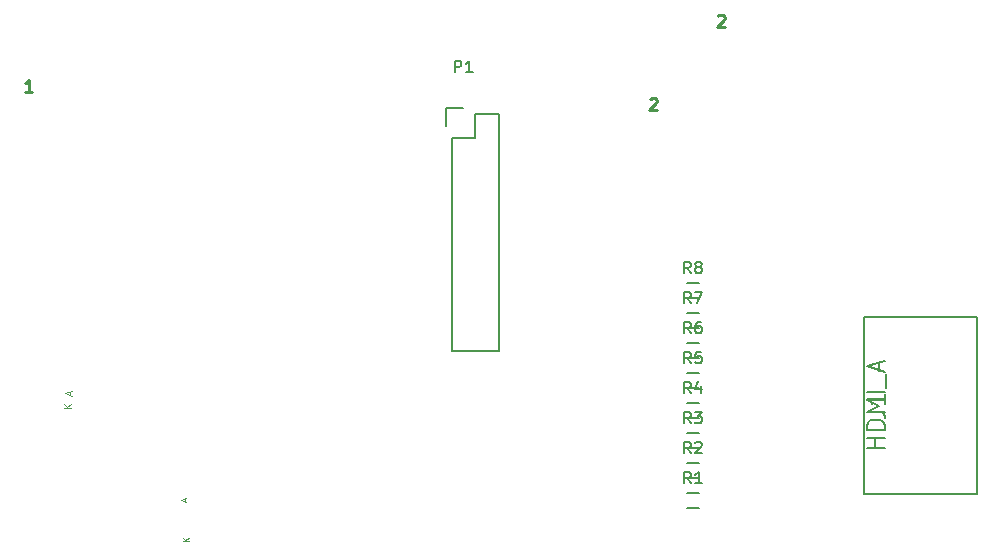
<source format=gto>
G04 #@! TF.FileFunction,Legend,Top*
%FSLAX46Y46*%
G04 Gerber Fmt 4.6, Leading zero omitted, Abs format (unit mm)*
G04 Created by KiCad (PCBNEW 4.0.2-stable) date 18/11/2016 09:29:09 a.m.*
%MOMM*%
G01*
G04 APERTURE LIST*
%ADD10C,0.100000*%
%ADD11C,0.250000*%
%ADD12C,0.110000*%
%ADD13C,0.203200*%
%ADD14C,0.150000*%
G04 APERTURE END LIST*
D10*
D11*
X84674286Y-67577619D02*
X84721905Y-67530000D01*
X84817143Y-67482381D01*
X85055239Y-67482381D01*
X85150477Y-67530000D01*
X85198096Y-67577619D01*
X85245715Y-67672857D01*
X85245715Y-67768095D01*
X85198096Y-67910952D01*
X84626667Y-68482381D01*
X85245715Y-68482381D01*
X78934286Y-74617619D02*
X78981905Y-74570000D01*
X79077143Y-74522381D01*
X79315239Y-74522381D01*
X79410477Y-74570000D01*
X79458096Y-74617619D01*
X79505715Y-74712857D01*
X79505715Y-74808095D01*
X79458096Y-74950952D01*
X78886667Y-75522381D01*
X79505715Y-75522381D01*
X26615715Y-73982381D02*
X26044286Y-73982381D01*
X26330000Y-73982381D02*
X26330000Y-72982381D01*
X26234762Y-73125238D01*
X26139524Y-73220476D01*
X26044286Y-73268095D01*
D12*
X39545933Y-108701647D02*
X39545933Y-108463552D01*
X39688790Y-108749266D02*
X39188790Y-108582599D01*
X39688790Y-108415933D01*
X29815000Y-99665714D02*
X29815000Y-99394285D01*
X29977857Y-99719999D02*
X29407857Y-99529999D01*
X29977857Y-99339999D01*
X29922457Y-100762806D02*
X29352457Y-100762806D01*
X29922457Y-100437091D02*
X29596743Y-100681377D01*
X29352457Y-100437091D02*
X29678171Y-100762806D01*
X39868790Y-112043552D02*
X39368790Y-112043552D01*
X39868790Y-111757838D02*
X39583076Y-111972124D01*
X39368790Y-111757838D02*
X39654505Y-112043552D01*
D13*
X97080200Y-108077600D02*
X97080200Y-93077600D01*
X106580200Y-108077600D02*
X97080200Y-108077600D01*
X106580200Y-93077600D02*
X97080200Y-93077600D01*
X106580200Y-93077600D02*
X106580200Y-108077600D01*
D14*
X83040000Y-109279000D02*
X82040000Y-109279000D01*
X82040000Y-107929000D02*
X83040000Y-107929000D01*
X83040000Y-106739000D02*
X82040000Y-106739000D01*
X82040000Y-105389000D02*
X83040000Y-105389000D01*
X83040000Y-104199000D02*
X82040000Y-104199000D01*
X82040000Y-102849000D02*
X83040000Y-102849000D01*
X83040000Y-101659000D02*
X82040000Y-101659000D01*
X82040000Y-100309000D02*
X83040000Y-100309000D01*
X83040000Y-99119000D02*
X82040000Y-99119000D01*
X82040000Y-97769000D02*
X83040000Y-97769000D01*
X83040000Y-96579000D02*
X82040000Y-96579000D01*
X82040000Y-95229000D02*
X83040000Y-95229000D01*
X83040000Y-94039000D02*
X82040000Y-94039000D01*
X82040000Y-92689000D02*
X83040000Y-92689000D01*
X83040000Y-91499000D02*
X82040000Y-91499000D01*
X82040000Y-90149000D02*
X83040000Y-90149000D01*
X62134400Y-77904800D02*
X64134400Y-77904800D01*
X64134400Y-77904800D02*
X64134400Y-75904800D01*
X64134400Y-75904800D02*
X66134400Y-75904800D01*
X66134400Y-75904800D02*
X66134400Y-77904800D01*
X66134400Y-77904800D02*
X66134400Y-95904800D01*
X66134400Y-95904800D02*
X62134400Y-95904800D01*
X62134400Y-95904800D02*
X62134400Y-77904800D01*
X61634400Y-76904800D02*
X61634400Y-75404800D01*
X61634400Y-75404800D02*
X63134400Y-75404800D01*
X97288771Y-101077600D02*
X98360200Y-101077600D01*
X98574486Y-101149028D01*
X98717343Y-101291885D01*
X98788771Y-101506171D01*
X98788771Y-101649028D01*
X98788771Y-99577600D02*
X98788771Y-100434743D01*
X98788771Y-100006171D02*
X97288771Y-100006171D01*
X97503057Y-100149028D01*
X97645914Y-100291886D01*
X97717343Y-100434743D01*
X98788771Y-104184743D02*
X97288771Y-104184743D01*
X98003057Y-104184743D02*
X98003057Y-103327600D01*
X98788771Y-103327600D02*
X97288771Y-103327600D01*
X98788771Y-102613314D02*
X97288771Y-102613314D01*
X97288771Y-102256171D01*
X97360200Y-102041886D01*
X97503057Y-101899028D01*
X97645914Y-101827600D01*
X97931629Y-101756171D01*
X98145914Y-101756171D01*
X98431629Y-101827600D01*
X98574486Y-101899028D01*
X98717343Y-102041886D01*
X98788771Y-102256171D01*
X98788771Y-102613314D01*
X98788771Y-101113314D02*
X97288771Y-101113314D01*
X98360200Y-100613314D01*
X97288771Y-100113314D01*
X98788771Y-100113314D01*
X98788771Y-99399028D02*
X97288771Y-99399028D01*
X98931629Y-99041885D02*
X98931629Y-97899028D01*
X98360200Y-97613314D02*
X98360200Y-96899028D01*
X98788771Y-97756171D02*
X97288771Y-97256171D01*
X98788771Y-96756171D01*
X82373334Y-107156381D02*
X82040000Y-106680190D01*
X81801905Y-107156381D02*
X81801905Y-106156381D01*
X82182858Y-106156381D01*
X82278096Y-106204000D01*
X82325715Y-106251619D01*
X82373334Y-106346857D01*
X82373334Y-106489714D01*
X82325715Y-106584952D01*
X82278096Y-106632571D01*
X82182858Y-106680190D01*
X81801905Y-106680190D01*
X83325715Y-107156381D02*
X82754286Y-107156381D01*
X83040000Y-107156381D02*
X83040000Y-106156381D01*
X82944762Y-106299238D01*
X82849524Y-106394476D01*
X82754286Y-106442095D01*
X82373334Y-104616381D02*
X82040000Y-104140190D01*
X81801905Y-104616381D02*
X81801905Y-103616381D01*
X82182858Y-103616381D01*
X82278096Y-103664000D01*
X82325715Y-103711619D01*
X82373334Y-103806857D01*
X82373334Y-103949714D01*
X82325715Y-104044952D01*
X82278096Y-104092571D01*
X82182858Y-104140190D01*
X81801905Y-104140190D01*
X82754286Y-103711619D02*
X82801905Y-103664000D01*
X82897143Y-103616381D01*
X83135239Y-103616381D01*
X83230477Y-103664000D01*
X83278096Y-103711619D01*
X83325715Y-103806857D01*
X83325715Y-103902095D01*
X83278096Y-104044952D01*
X82706667Y-104616381D01*
X83325715Y-104616381D01*
X82373334Y-102076381D02*
X82040000Y-101600190D01*
X81801905Y-102076381D02*
X81801905Y-101076381D01*
X82182858Y-101076381D01*
X82278096Y-101124000D01*
X82325715Y-101171619D01*
X82373334Y-101266857D01*
X82373334Y-101409714D01*
X82325715Y-101504952D01*
X82278096Y-101552571D01*
X82182858Y-101600190D01*
X81801905Y-101600190D01*
X82706667Y-101076381D02*
X83325715Y-101076381D01*
X82992381Y-101457333D01*
X83135239Y-101457333D01*
X83230477Y-101504952D01*
X83278096Y-101552571D01*
X83325715Y-101647810D01*
X83325715Y-101885905D01*
X83278096Y-101981143D01*
X83230477Y-102028762D01*
X83135239Y-102076381D01*
X82849524Y-102076381D01*
X82754286Y-102028762D01*
X82706667Y-101981143D01*
X82373334Y-99536381D02*
X82040000Y-99060190D01*
X81801905Y-99536381D02*
X81801905Y-98536381D01*
X82182858Y-98536381D01*
X82278096Y-98584000D01*
X82325715Y-98631619D01*
X82373334Y-98726857D01*
X82373334Y-98869714D01*
X82325715Y-98964952D01*
X82278096Y-99012571D01*
X82182858Y-99060190D01*
X81801905Y-99060190D01*
X83230477Y-98869714D02*
X83230477Y-99536381D01*
X82992381Y-98488762D02*
X82754286Y-99203048D01*
X83373334Y-99203048D01*
X82373334Y-96996381D02*
X82040000Y-96520190D01*
X81801905Y-96996381D02*
X81801905Y-95996381D01*
X82182858Y-95996381D01*
X82278096Y-96044000D01*
X82325715Y-96091619D01*
X82373334Y-96186857D01*
X82373334Y-96329714D01*
X82325715Y-96424952D01*
X82278096Y-96472571D01*
X82182858Y-96520190D01*
X81801905Y-96520190D01*
X83278096Y-95996381D02*
X82801905Y-95996381D01*
X82754286Y-96472571D01*
X82801905Y-96424952D01*
X82897143Y-96377333D01*
X83135239Y-96377333D01*
X83230477Y-96424952D01*
X83278096Y-96472571D01*
X83325715Y-96567810D01*
X83325715Y-96805905D01*
X83278096Y-96901143D01*
X83230477Y-96948762D01*
X83135239Y-96996381D01*
X82897143Y-96996381D01*
X82801905Y-96948762D01*
X82754286Y-96901143D01*
X82373334Y-94456381D02*
X82040000Y-93980190D01*
X81801905Y-94456381D02*
X81801905Y-93456381D01*
X82182858Y-93456381D01*
X82278096Y-93504000D01*
X82325715Y-93551619D01*
X82373334Y-93646857D01*
X82373334Y-93789714D01*
X82325715Y-93884952D01*
X82278096Y-93932571D01*
X82182858Y-93980190D01*
X81801905Y-93980190D01*
X83230477Y-93456381D02*
X83040000Y-93456381D01*
X82944762Y-93504000D01*
X82897143Y-93551619D01*
X82801905Y-93694476D01*
X82754286Y-93884952D01*
X82754286Y-94265905D01*
X82801905Y-94361143D01*
X82849524Y-94408762D01*
X82944762Y-94456381D01*
X83135239Y-94456381D01*
X83230477Y-94408762D01*
X83278096Y-94361143D01*
X83325715Y-94265905D01*
X83325715Y-94027810D01*
X83278096Y-93932571D01*
X83230477Y-93884952D01*
X83135239Y-93837333D01*
X82944762Y-93837333D01*
X82849524Y-93884952D01*
X82801905Y-93932571D01*
X82754286Y-94027810D01*
X82373334Y-91916381D02*
X82040000Y-91440190D01*
X81801905Y-91916381D02*
X81801905Y-90916381D01*
X82182858Y-90916381D01*
X82278096Y-90964000D01*
X82325715Y-91011619D01*
X82373334Y-91106857D01*
X82373334Y-91249714D01*
X82325715Y-91344952D01*
X82278096Y-91392571D01*
X82182858Y-91440190D01*
X81801905Y-91440190D01*
X82706667Y-90916381D02*
X83373334Y-90916381D01*
X82944762Y-91916381D01*
X82373334Y-89376381D02*
X82040000Y-88900190D01*
X81801905Y-89376381D02*
X81801905Y-88376381D01*
X82182858Y-88376381D01*
X82278096Y-88424000D01*
X82325715Y-88471619D01*
X82373334Y-88566857D01*
X82373334Y-88709714D01*
X82325715Y-88804952D01*
X82278096Y-88852571D01*
X82182858Y-88900190D01*
X81801905Y-88900190D01*
X82944762Y-88804952D02*
X82849524Y-88757333D01*
X82801905Y-88709714D01*
X82754286Y-88614476D01*
X82754286Y-88566857D01*
X82801905Y-88471619D01*
X82849524Y-88424000D01*
X82944762Y-88376381D01*
X83135239Y-88376381D01*
X83230477Y-88424000D01*
X83278096Y-88471619D01*
X83325715Y-88566857D01*
X83325715Y-88614476D01*
X83278096Y-88709714D01*
X83230477Y-88757333D01*
X83135239Y-88804952D01*
X82944762Y-88804952D01*
X82849524Y-88852571D01*
X82801905Y-88900190D01*
X82754286Y-88995429D01*
X82754286Y-89185905D01*
X82801905Y-89281143D01*
X82849524Y-89328762D01*
X82944762Y-89376381D01*
X83135239Y-89376381D01*
X83230477Y-89328762D01*
X83278096Y-89281143D01*
X83325715Y-89185905D01*
X83325715Y-88995429D01*
X83278096Y-88900190D01*
X83230477Y-88852571D01*
X83135239Y-88804952D01*
X62396305Y-72357181D02*
X62396305Y-71357181D01*
X62777258Y-71357181D01*
X62872496Y-71404800D01*
X62920115Y-71452419D01*
X62967734Y-71547657D01*
X62967734Y-71690514D01*
X62920115Y-71785752D01*
X62872496Y-71833371D01*
X62777258Y-71880990D01*
X62396305Y-71880990D01*
X63920115Y-72357181D02*
X63348686Y-72357181D01*
X63634400Y-72357181D02*
X63634400Y-71357181D01*
X63539162Y-71500038D01*
X63443924Y-71595276D01*
X63348686Y-71642895D01*
M02*

</source>
